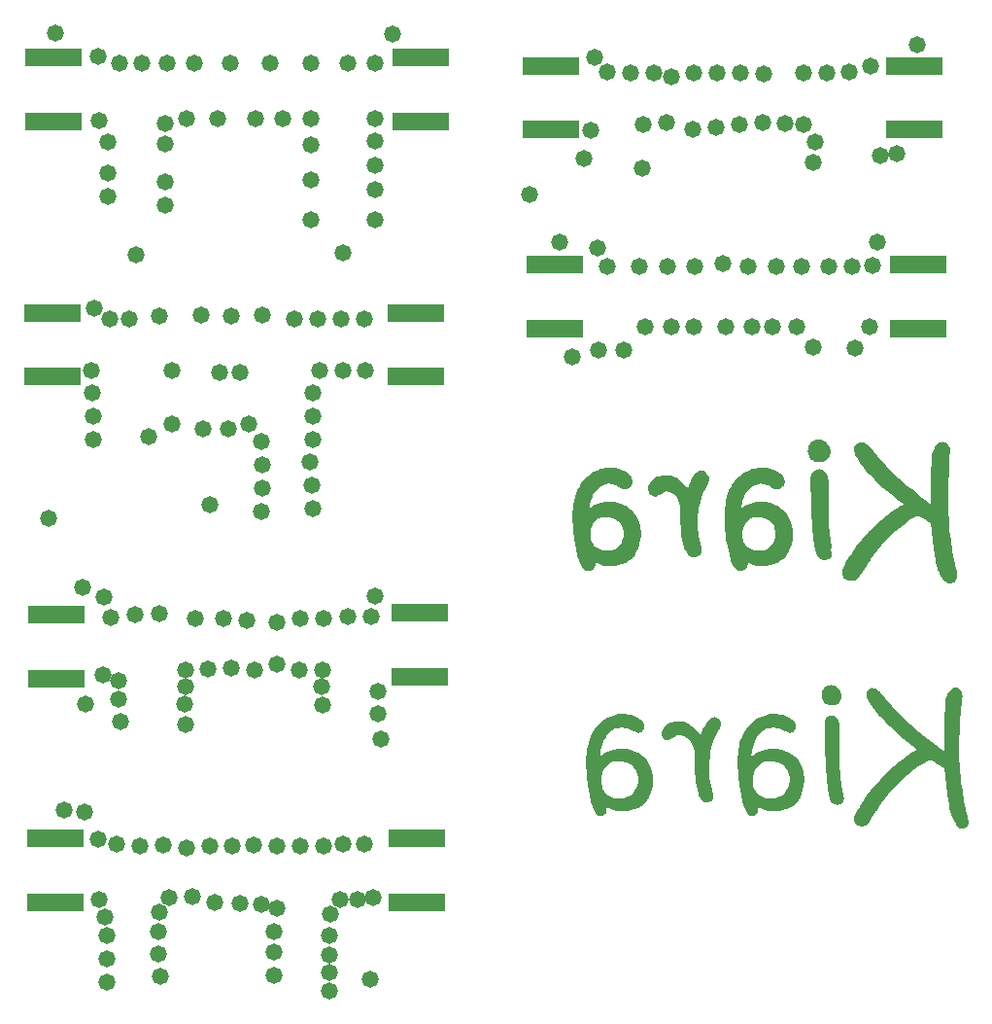
<source format=gbr>
%TF.GenerationSoftware,Altium Limited,Altium Designer,20.0.10 (225)*%
G04 Layer_Color=16711935*
%FSLAX26Y26*%
%MOIN*%
%TF.FileFunction,Soldermask,Bot*%
%TF.Part,CustomerPanel*%
G01*
G75*
%TA.AperFunction,SMDPad,CuDef*%
%ADD12R,0.196850X0.062992*%
%TA.AperFunction,ConnectorPad*%
%ADD17R,0.196850X0.062992*%
%TA.AperFunction,ViaPad*%
%ADD21C,0.058000*%
G36*
X3038873Y2296471D02*
X3044778Y2295159D01*
X3049371Y2293191D01*
X3053963Y2291222D01*
X3057244Y2288598D01*
X3059868Y2286630D01*
X3061181Y2285318D01*
X3061837Y2284661D01*
X3065773Y2280069D01*
X3068398Y2275476D01*
X3071022Y2270883D01*
X3072334Y2266291D01*
X3072990Y2262354D01*
X3073646Y2259073D01*
Y2257105D01*
Y2256449D01*
X3072990Y2250544D01*
X3071678Y2245952D01*
X3070366Y2241359D01*
X3068398Y2237422D01*
X3066429Y2234142D01*
X3064461Y2231517D01*
X3063805Y2230205D01*
X3063149Y2229549D01*
X3058556Y2225612D01*
X3053963Y2222988D01*
X3049371Y2221020D01*
X3045434Y2219707D01*
X3041498Y2219051D01*
X3038217Y2218395D01*
X3035593D01*
X3028376Y2219051D01*
X3022471Y2220364D01*
X3017222Y2222332D01*
X3012629Y2224956D01*
X3008693Y2227581D01*
X3005412Y2230861D01*
X3000819Y2238734D01*
X2997539Y2245952D01*
X2996227Y2252512D01*
X2995571Y2254481D01*
Y2256449D01*
Y2257761D01*
Y2258417D01*
X2996227Y2264322D01*
X2996883Y2270227D01*
X2998851Y2274820D01*
X3000819Y2278756D01*
X3002788Y2282037D01*
X3004100Y2284005D01*
X3005412Y2285318D01*
X3006068Y2285974D01*
X3010005Y2289910D01*
X3014597Y2292535D01*
X3019190Y2294503D01*
X3023127Y2295815D01*
X3027063Y2296471D01*
X3030344Y2297127D01*
X3032968D01*
X3038873Y2296471D01*
D02*
G37*
G36*
X2846636Y2200024D02*
X2857790Y2198712D01*
X2867631Y2196088D01*
X2876160Y2193463D01*
X2883378Y2190839D01*
X2887970Y2188215D01*
X2891251Y2186903D01*
X2892563Y2186246D01*
X2900436Y2180998D01*
X2906341Y2175093D01*
X2910934Y2169844D01*
X2913558Y2164595D01*
X2915526Y2160659D01*
X2916182Y2157378D01*
X2916839Y2154754D01*
Y2154097D01*
X2916183Y2150161D01*
X2915526Y2146224D01*
X2912902Y2140319D01*
X2911590Y2137695D01*
X2910278Y2135727D01*
X2908965Y2135071D01*
Y2134414D01*
X2905685Y2131790D01*
X2902405Y2129822D01*
X2896500Y2127854D01*
X2893875Y2127197D01*
X2891907Y2126541D01*
X2889939D01*
X2887314Y2127197D01*
X2883378Y2127854D01*
X2875504Y2131134D01*
X2872224Y2133102D01*
X2868943Y2134414D01*
X2866975Y2135071D01*
X2866319Y2135727D01*
X2859758Y2139007D01*
X2853853Y2140976D01*
X2848604Y2142944D01*
X2844012Y2143600D01*
X2840075Y2144256D01*
X2837451Y2144912D01*
X2834826D01*
X2823673Y2144256D01*
X2813831Y2140976D01*
X2804646Y2137039D01*
X2797428Y2131134D01*
X2790867Y2124573D01*
X2784963Y2116700D01*
X2780370Y2108827D01*
X2777089Y2100953D01*
X2773809Y2092424D01*
X2771184Y2084551D01*
X2769872Y2076678D01*
X2768560Y2070117D01*
X2767248Y2064212D01*
X2766592Y2060275D01*
Y2057651D01*
Y2056339D01*
X2775777Y2065524D01*
X2786275Y2072085D01*
X2796772Y2077334D01*
X2807926Y2080614D01*
X2817768Y2082583D01*
X2825641Y2083239D01*
X2828265Y2083895D01*
X2842043D01*
X2850573Y2082583D01*
X2866975Y2079302D01*
X2880753Y2074053D01*
X2892563Y2068805D01*
X2901748Y2062900D01*
X2905685Y2060275D01*
X2908309Y2057651D01*
X2910934Y2055682D01*
X2912902Y2054370D01*
X2913558Y2053714D01*
X2914214Y2053058D01*
X2919463Y2047153D01*
X2924056Y2040592D01*
X2931929Y2027470D01*
X2937178Y2013692D01*
X2940458Y2000570D01*
X2943083Y1988760D01*
X2943739Y1984168D01*
Y1979575D01*
X2944395Y1976294D01*
Y1973014D01*
Y1971702D01*
Y1971046D01*
X2943739Y1961860D01*
X2943083Y1952675D01*
X2939802Y1936928D01*
X2935209Y1923150D01*
X2929961Y1911997D01*
X2925368Y1902811D01*
X2920775Y1896250D01*
X2918807Y1894282D01*
X2917495Y1892314D01*
X2916183Y1891658D01*
Y1891001D01*
X2910934Y1885753D01*
X2904373Y1881816D01*
X2891907Y1874599D01*
X2878785Y1870006D01*
X2866319Y1866070D01*
X2855165Y1864101D01*
X2849916Y1863445D01*
X2845980D01*
X2842043Y1862789D01*
X2837451D01*
X2826953Y1863445D01*
X2817768Y1864757D01*
X2809894Y1867382D01*
X2802677Y1870006D01*
X2796772Y1871975D01*
X2792836Y1874599D01*
X2790211Y1875911D01*
Y1875255D01*
Y1874599D01*
Y1869350D01*
X2788899Y1865414D01*
X2786275Y1858196D01*
X2782338Y1852948D01*
X2777089Y1849667D01*
X2772497Y1847043D01*
X2768560Y1846387D01*
X2765936Y1845730D01*
X2764624D01*
X2760031Y1846387D01*
X2756094Y1847699D01*
X2752814Y1849667D01*
X2748877Y1852292D01*
X2742972Y1858852D01*
X2738380Y1866726D01*
X2734443Y1873943D01*
X2731818Y1880504D01*
X2731162Y1883128D01*
X2730506Y1885097D01*
X2729850Y1886409D01*
Y1887065D01*
X2723289Y1915277D01*
X2718040Y1941521D01*
X2716072Y1953987D01*
X2714760Y1965797D01*
X2712792Y1976950D01*
X2712135Y1987448D01*
X2711479Y1997290D01*
X2710823Y2005819D01*
X2710167Y2013036D01*
X2709511Y2019597D01*
Y2024846D01*
Y2028126D01*
Y2030751D01*
Y2031407D01*
X2710167Y2046497D01*
X2710823Y2060931D01*
X2712792Y2074709D01*
X2714760Y2087175D01*
X2718040Y2098985D01*
X2721321Y2110139D01*
X2724601Y2119980D01*
X2729194Y2129166D01*
X2733787Y2137695D01*
X2738380Y2145568D01*
X2743628Y2152785D01*
X2748877Y2159346D01*
X2760687Y2170500D01*
X2771840Y2179685D01*
X2783650Y2186246D01*
X2795460Y2191495D01*
X2805958Y2195432D01*
X2815143Y2198056D01*
X2823016Y2199368D01*
X2829577Y2200681D01*
X2834826D01*
X2846636Y2200024D01*
D02*
G37*
G36*
X2325693Y2200024D02*
X2336846Y2198712D01*
X2346688Y2196088D01*
X2355217Y2193463D01*
X2362434Y2190839D01*
X2367027Y2188215D01*
X2370307Y2186902D01*
X2371619Y2186246D01*
X2379493Y2180997D01*
X2385398Y2175093D01*
X2389990Y2169844D01*
X2392615Y2164595D01*
X2394583Y2160658D01*
X2395239Y2157378D01*
X2395895Y2154753D01*
Y2154097D01*
X2395239Y2150161D01*
X2394583Y2146224D01*
X2391959Y2140319D01*
X2390646Y2137695D01*
X2389334Y2135727D01*
X2388022Y2135070D01*
Y2134414D01*
X2384742Y2131790D01*
X2381461Y2129822D01*
X2375556Y2127853D01*
X2372932Y2127197D01*
X2370963Y2126541D01*
X2368995D01*
X2366371Y2127197D01*
X2362434Y2127853D01*
X2354561Y2131134D01*
X2351280Y2133102D01*
X2348000Y2134414D01*
X2346032Y2135070D01*
X2345376Y2135727D01*
X2338815Y2139007D01*
X2332910Y2140975D01*
X2327661Y2142944D01*
X2323068Y2143600D01*
X2319132Y2144256D01*
X2316507Y2144912D01*
X2313883D01*
X2302729Y2144256D01*
X2292888Y2140975D01*
X2283702Y2137039D01*
X2276485Y2131134D01*
X2269924Y2124573D01*
X2264019Y2116700D01*
X2259427Y2108827D01*
X2256146Y2100953D01*
X2252865Y2092424D01*
X2250241Y2084551D01*
X2248929Y2076678D01*
X2247617Y2070117D01*
X2246305Y2064212D01*
X2245648Y2060275D01*
Y2057651D01*
Y2056338D01*
X2254834Y2065524D01*
X2265331Y2072085D01*
X2275829Y2077334D01*
X2286983Y2080614D01*
X2296824Y2082582D01*
X2304697Y2083239D01*
X2307322Y2083895D01*
X2321100D01*
X2329629Y2082582D01*
X2346032Y2079302D01*
X2359810Y2074053D01*
X2371620Y2068804D01*
X2380805Y2062899D01*
X2384742Y2060275D01*
X2387366Y2057651D01*
X2389990Y2055682D01*
X2391959Y2054370D01*
X2392615Y2053714D01*
X2393271Y2053058D01*
X2398520Y2047153D01*
X2403112Y2040592D01*
X2410986Y2027470D01*
X2416234Y2013692D01*
X2419515Y2000570D01*
X2422139Y1988760D01*
X2422795Y1984168D01*
Y1979575D01*
X2423452Y1976294D01*
Y1973014D01*
Y1971702D01*
Y1971045D01*
X2422795Y1961860D01*
X2422139Y1952675D01*
X2418859Y1936928D01*
X2414266Y1923150D01*
X2409017Y1911996D01*
X2404425Y1902811D01*
X2399832Y1896250D01*
X2397864Y1894282D01*
X2396551Y1892313D01*
X2395239Y1891657D01*
Y1891001D01*
X2389990Y1885753D01*
X2383429Y1881816D01*
X2370963Y1874599D01*
X2357841Y1870006D01*
X2345376Y1866070D01*
X2334222Y1864101D01*
X2328973Y1863445D01*
X2325037D01*
X2321100Y1862789D01*
X2316507D01*
X2306010Y1863445D01*
X2296824Y1864757D01*
X2288951Y1867382D01*
X2281734Y1870006D01*
X2275829Y1871974D01*
X2271892Y1874599D01*
X2269268Y1875911D01*
Y1875255D01*
Y1874599D01*
Y1869350D01*
X2267956Y1865413D01*
X2265331Y1858196D01*
X2261395Y1852947D01*
X2256146Y1849667D01*
X2251553Y1847043D01*
X2247617Y1846387D01*
X2244992Y1845730D01*
X2243680D01*
X2239087Y1846387D01*
X2235151Y1847699D01*
X2231870Y1849667D01*
X2227934Y1852291D01*
X2222029Y1858852D01*
X2217436Y1866726D01*
X2213499Y1873943D01*
X2210875Y1880504D01*
X2210219Y1883128D01*
X2209563Y1885096D01*
X2208907Y1886409D01*
Y1887065D01*
X2202346Y1915277D01*
X2197097Y1941521D01*
X2195129Y1953987D01*
X2193816Y1965797D01*
X2191848Y1976950D01*
X2191192Y1987448D01*
X2190536Y1997290D01*
X2189880Y2005819D01*
X2189224Y2013036D01*
X2188568Y2019597D01*
Y2024846D01*
Y2028126D01*
Y2030751D01*
Y2031407D01*
X2189224Y2046497D01*
X2189880Y2060931D01*
X2191848Y2074709D01*
X2193816Y2087175D01*
X2197097Y2098985D01*
X2200378Y2110139D01*
X2203658Y2119980D01*
X2208251Y2129166D01*
X2212843Y2137695D01*
X2217436Y2145568D01*
X2222685Y2152785D01*
X2227934Y2159346D01*
X2239743Y2170500D01*
X2250897Y2179685D01*
X2262707Y2186246D01*
X2274517Y2191495D01*
X2285014Y2195432D01*
X2294200Y2198056D01*
X2302073Y2199368D01*
X2308634Y2200680D01*
X2313883D01*
X2325693Y2200024D01*
D02*
G37*
G36*
X2632747Y2188871D02*
X2636684Y2188215D01*
X2643245Y2185590D01*
X2645869Y2183622D01*
X2647838Y2182310D01*
X2648494Y2181654D01*
X2649150Y2180997D01*
X2652430Y2177717D01*
X2654399Y2174436D01*
X2657023Y2168532D01*
X2657679Y2165907D01*
X2658335Y2164595D01*
Y2163283D01*
Y2162627D01*
X2657679Y2159346D01*
X2657023Y2155410D01*
X2654399Y2148193D01*
X2653086Y2144912D01*
X2652430Y2142944D01*
X2651118Y2140975D01*
Y2140319D01*
X2646526Y2132446D01*
X2643245Y2126541D01*
X2641277Y2122605D01*
X2639308Y2119324D01*
X2637996Y2118012D01*
X2637340Y2116700D01*
Y2116044D01*
X2630779Y2099641D01*
X2626186Y2081270D01*
X2622250Y2063556D01*
X2620282Y2045841D01*
X2618969Y2037968D01*
Y2030094D01*
X2618313Y2023534D01*
X2617657Y2017629D01*
Y2013036D01*
Y2009755D01*
Y2007131D01*
Y2006475D01*
Y1997290D01*
X2618969Y1988104D01*
X2619625Y1978919D01*
X2620938Y1971045D01*
X2622250Y1963828D01*
X2623562Y1957924D01*
X2624218Y1954643D01*
X2624874Y1953987D01*
Y1953331D01*
X2626843Y1943489D01*
X2628811Y1936272D01*
X2630123Y1930367D01*
X2630779Y1925775D01*
Y1923150D01*
X2631435Y1921182D01*
Y1919870D01*
X2630123Y1910684D01*
X2626843Y1904123D01*
X2622906Y1898874D01*
X2617657Y1895594D01*
X2612408Y1893626D01*
X2608472Y1892970D01*
X2605191Y1892313D01*
X2603879D01*
X2599942Y1892970D01*
X2596662Y1893626D01*
X2590101Y1897562D01*
X2584852Y1902811D01*
X2579603Y1909372D01*
X2576323Y1915277D01*
X2573042Y1920526D01*
X2571730Y1924462D01*
X2571074Y1925119D01*
Y1925775D01*
X2567137Y1938897D01*
X2564513Y1953331D01*
X2561889Y1968421D01*
X2560576Y1982199D01*
X2559920Y1995321D01*
Y2000570D01*
X2559264Y2005163D01*
Y2009099D01*
Y2011724D01*
Y2013692D01*
Y2014348D01*
Y2047153D01*
X2558608Y2058963D01*
X2557296Y2069461D01*
X2555328Y2078646D01*
X2552703Y2085863D01*
X2550079Y2091768D01*
X2548110Y2096361D01*
X2546798Y2098985D01*
X2546142Y2099641D01*
X2540893Y2106202D01*
X2534988Y2110795D01*
X2529084Y2114731D01*
X2523835Y2116700D01*
X2518586Y2118012D01*
X2514649Y2119324D01*
X2511369D01*
X2508744Y2118668D01*
X2505464Y2118012D01*
X2498903Y2114731D01*
X2496279Y2112763D01*
X2494310Y2111451D01*
X2492998Y2110795D01*
X2492342Y2110139D01*
X2488405Y2106858D01*
X2484469Y2104890D01*
X2477908Y2102265D01*
X2473971Y2100953D01*
X2472659D01*
X2468722Y2101609D01*
X2465442Y2102265D01*
X2459537Y2104890D01*
X2456256Y2107514D01*
X2454944Y2108827D01*
X2452320Y2112107D01*
X2451008Y2115387D01*
X2448383Y2121948D01*
Y2124573D01*
X2447727Y2126541D01*
Y2127853D01*
Y2128510D01*
X2448383Y2135727D01*
X2450352Y2142288D01*
X2453632Y2147536D01*
X2456256Y2152129D01*
X2459537Y2156066D01*
X2462817Y2158690D01*
X2464786Y2160658D01*
X2465442Y2161314D01*
X2472003Y2165907D01*
X2479220Y2169188D01*
X2487093Y2171156D01*
X2493654Y2173124D01*
X2500215Y2173780D01*
X2504808Y2174436D01*
X2509401D01*
X2518586Y2173780D01*
X2527771Y2172468D01*
X2535644Y2169844D01*
X2542862Y2166563D01*
X2550079Y2163283D01*
X2555984Y2158690D01*
X2565825Y2150161D01*
X2573698Y2140975D01*
X2579603Y2133102D01*
X2580916Y2129822D01*
X2582228Y2127197D01*
X2583540Y2125885D01*
Y2125229D01*
X2586164Y2136383D01*
X2589445Y2146224D01*
X2593381Y2154753D01*
X2596662Y2162627D01*
X2600598Y2168532D01*
X2603879Y2173780D01*
X2607816Y2178373D01*
X2611752Y2181654D01*
X2615033Y2184278D01*
X2618313Y2186246D01*
X2623562Y2188871D01*
X2627499Y2189527D01*
X2628811D01*
X2632747Y2188871D01*
D02*
G37*
G36*
X3463370Y2287942D02*
X3467963Y2287286D01*
X3471899Y2285318D01*
X3474524Y2283349D01*
X3479116Y2278101D01*
X3481741Y2272196D01*
X3483053Y2266291D01*
Y2261042D01*
Y2257105D01*
Y2256449D01*
Y2255793D01*
Y2255137D01*
Y2253169D01*
Y2250544D01*
X3482397Y2246608D01*
Y2242671D01*
Y2237422D01*
X3481741Y2226925D01*
X3481085Y2216427D01*
Y2211178D01*
Y2207242D01*
X3480428Y2203305D01*
Y2200681D01*
Y2198712D01*
Y2198056D01*
X3479772Y2176405D01*
X3479116Y2156066D01*
X3478460Y2136383D01*
Y2127854D01*
X3477804Y2119324D01*
Y2111451D01*
Y2104890D01*
Y2098985D01*
Y2093736D01*
Y2089800D01*
Y2086519D01*
Y2084551D01*
Y2083895D01*
Y2062900D01*
X3478460Y2042561D01*
X3479773Y2022878D01*
X3481085Y2003851D01*
X3482397Y1986136D01*
X3484365Y1969077D01*
X3486334Y1953331D01*
X3488302Y1938897D01*
X3490270Y1925119D01*
X3492238Y1913309D01*
X3494207Y1903467D01*
X3495519Y1894938D01*
X3496831Y1887721D01*
X3498143Y1882472D01*
X3498799Y1879848D01*
Y1878536D01*
X3499456Y1875911D01*
X3500768Y1872631D01*
X3502736Y1864757D01*
X3504048Y1860821D01*
X3505360Y1857540D01*
X3506017Y1854916D01*
Y1854260D01*
X3507329Y1849011D01*
X3507985Y1844418D01*
X3508641Y1840482D01*
Y1837201D01*
X3509297Y1835233D01*
Y1833265D01*
Y1832609D01*
Y1831953D01*
X3508641Y1828016D01*
X3507985Y1824079D01*
X3505360Y1817518D01*
X3503392Y1813582D01*
X3502080Y1812926D01*
Y1812270D01*
X3499456Y1809645D01*
X3496175Y1807677D01*
X3490270Y1805052D01*
X3487646Y1804396D01*
X3485677Y1803740D01*
X3483709D01*
X3478460Y1804396D01*
X3473211Y1805708D01*
X3468619Y1808333D01*
X3464682Y1811613D01*
X3456809Y1820143D01*
X3450904Y1829328D01*
X3446311Y1838514D01*
X3443031Y1847043D01*
X3441719Y1850323D01*
X3441063Y1852948D01*
X3440407Y1854260D01*
Y1854916D01*
X3437782Y1864757D01*
X3435814Y1875255D01*
X3433189Y1887065D01*
X3431221Y1899531D01*
X3427941Y1925119D01*
X3424660Y1950707D01*
X3423348Y1962516D01*
X3422036Y1973670D01*
X3421380Y1983512D01*
X3420067Y1992697D01*
X3419411Y1999914D01*
Y2005163D01*
X3418755Y2008443D01*
Y2009756D01*
X3412194Y2013692D01*
X3405633Y2018285D01*
X3398416Y2022878D01*
X3391199Y2027470D01*
X3385294Y2031407D01*
X3380701Y2034687D01*
X3377421Y2037312D01*
X3376109Y2037968D01*
X3362331Y2030751D01*
X3349209Y2022878D01*
X3336087Y2013692D01*
X3323621Y2004507D01*
X3299345Y1984824D01*
X3288191Y1974982D01*
X3278350Y1965141D01*
X3268508Y1955299D01*
X3259979Y1946770D01*
X3252762Y1938897D01*
X3246201Y1931680D01*
X3240952Y1925775D01*
X3237672Y1921838D01*
X3235047Y1919214D01*
X3234391Y1917902D01*
X3227830Y1909372D01*
X3221925Y1900843D01*
X3215364Y1891658D01*
X3209459Y1883128D01*
X3204211Y1875911D01*
X3200274Y1869350D01*
X3197649Y1865414D01*
X3196993Y1864757D01*
Y1864101D01*
X3189776Y1852948D01*
X3183871Y1843762D01*
X3178623Y1836545D01*
X3174686Y1831296D01*
X3172062Y1826704D01*
X3169437Y1824079D01*
X3168781Y1822767D01*
X3168125Y1822111D01*
X3164845Y1818830D01*
X3160908Y1816206D01*
X3156971Y1814238D01*
X3153035Y1812926D01*
X3149754Y1812269D01*
X3147130Y1811613D01*
X3144505D01*
X3139913Y1812269D01*
X3135320Y1812926D01*
X3128103Y1816206D01*
X3125479Y1818174D01*
X3123510Y1819486D01*
X3122854Y1820143D01*
X3122198Y1820799D01*
X3118918Y1824079D01*
X3116949Y1828016D01*
X3114325Y1834577D01*
X3113669Y1837201D01*
X3113013Y1839826D01*
Y1841138D01*
Y1841794D01*
X3113669Y1847699D01*
X3116293Y1855572D01*
X3120230Y1863445D01*
X3124166Y1871318D01*
X3128759Y1879192D01*
X3132039Y1885097D01*
X3134008Y1887721D01*
X3134664Y1889689D01*
X3135976Y1890345D01*
Y1891001D01*
X3146474Y1907404D01*
X3157627Y1923150D01*
X3169437Y1938897D01*
X3180591Y1952675D01*
X3185840Y1958580D01*
X3190432Y1964485D01*
X3195025Y1969733D01*
X3198962Y1973670D01*
X3201586Y1977607D01*
X3204211Y1980231D01*
X3205523Y1981543D01*
X3206179Y1982199D01*
X3226518Y2002538D01*
X3246857Y2020909D01*
X3266540Y2037312D01*
X3275725Y2043873D01*
X3284911Y2050434D01*
X3293440Y2056339D01*
X3300657Y2060931D01*
X3307218Y2065524D01*
X3313123Y2068805D01*
X3317716Y2071429D01*
X3321652Y2074053D01*
X3323621Y2074709D01*
X3324277Y2075366D01*
X3308530Y2087175D01*
X3294096Y2098985D01*
X3280318Y2110139D01*
X3267852Y2121293D01*
X3256042Y2131134D01*
X3244889Y2140976D01*
X3235047Y2150817D01*
X3225862Y2160002D01*
X3217332Y2168532D01*
X3208803Y2176405D01*
X3201586Y2184278D01*
X3195025Y2191495D01*
X3183871Y2205273D01*
X3174686Y2217739D01*
X3168125Y2228237D01*
X3162876Y2236766D01*
X3158939Y2244639D01*
X3156315Y2250544D01*
X3155003Y2255137D01*
X3153691Y2258417D01*
Y2260386D01*
Y2261042D01*
X3155003Y2269571D01*
X3157627Y2276132D01*
X3162220Y2280725D01*
X3166813Y2284005D01*
X3172061Y2285974D01*
X3176654Y2286630D01*
X3179279Y2287286D01*
X3180591D01*
X3185840Y2286630D01*
X3190432Y2285318D01*
X3195025Y2283349D01*
X3198962Y2281381D01*
X3201586Y2278756D01*
X3204210Y2276788D01*
X3205523Y2275476D01*
X3206179Y2274820D01*
X3206835Y2274164D01*
X3208147Y2272852D01*
X3212084Y2268259D01*
X3216676Y2263010D01*
X3221925Y2256449D01*
X3227174Y2250544D01*
X3231767Y2245295D01*
X3234391Y2241359D01*
X3235703Y2240703D01*
Y2240047D01*
X3249481Y2223644D01*
X3263916Y2207898D01*
X3294096Y2177717D01*
X3309186Y2163939D01*
X3324277Y2150161D01*
X3338711Y2137695D01*
X3353145Y2125885D01*
X3366267Y2115388D01*
X3378077Y2105546D01*
X3389231Y2097017D01*
X3398416Y2089800D01*
X3406289Y2084551D01*
X3412194Y2079958D01*
X3415475Y2077334D01*
X3416787Y2076678D01*
Y2089144D01*
X3417443Y2100297D01*
Y2121949D01*
X3418099Y2140976D01*
X3418099Y2158034D01*
X3418755Y2172468D01*
X3419411Y2185590D01*
Y2196088D01*
X3420067Y2205273D01*
Y2213147D01*
X3420723Y2219052D01*
Y2224300D01*
Y2228237D01*
X3421380Y2230861D01*
Y2232173D01*
Y2233486D01*
X3422692Y2243327D01*
X3424660Y2251856D01*
X3426628Y2259074D01*
X3429909Y2265635D01*
X3432533Y2270883D01*
X3435814Y2275476D01*
X3438438Y2278757D01*
X3441719Y2282037D01*
X3448280Y2285974D01*
X3452872Y2287942D01*
X3456809Y2288598D01*
X3458121D01*
X3463370Y2287942D01*
D02*
G37*
G36*
X3041498Y2194776D02*
X3047403Y2192151D01*
X3051995Y2188871D01*
X3055932Y2185590D01*
X3058556Y2181654D01*
X3060524Y2178373D01*
X3061181Y2175749D01*
X3061837Y2175093D01*
X3063805Y2169844D01*
X3065117Y2163283D01*
X3066429Y2155410D01*
X3067086Y2148193D01*
Y2140976D01*
X3067742Y2135071D01*
Y2130478D01*
Y2129822D01*
Y2129166D01*
Y2127854D01*
Y2124573D01*
Y2120636D01*
X3067086Y2116044D01*
Y2111451D01*
Y2108171D01*
Y2105546D01*
Y2104234D01*
Y2095705D01*
X3066430Y2087831D01*
Y2080614D01*
Y2074053D01*
Y2068805D01*
Y2064212D01*
Y2061587D01*
Y2060931D01*
Y2043873D01*
X3067086Y2028126D01*
X3067742Y2014348D01*
X3068398Y2001882D01*
X3069054Y1992041D01*
X3069710Y1988104D01*
Y1984824D01*
Y1982199D01*
X3070366Y1980231D01*
Y1978919D01*
Y1978263D01*
X3071678Y1968421D01*
X3072990Y1959236D01*
X3074303Y1951363D01*
X3075615Y1944146D01*
X3076271Y1938897D01*
X3077583Y1934960D01*
X3078239Y1932336D01*
Y1931680D01*
X3076271Y1926431D01*
X3074959Y1921838D01*
Y1917901D01*
Y1915277D01*
X3075615Y1913309D01*
X3076271Y1911997D01*
X3076927Y1911341D01*
X3078239Y1907404D01*
X3078895Y1903467D01*
X3078239Y1900187D01*
X3077583Y1896906D01*
X3075615Y1892970D01*
X3074303Y1892314D01*
Y1891658D01*
X3071022Y1889033D01*
X3067086Y1887065D01*
X3060525Y1885097D01*
X3057900Y1884440D01*
X3055276Y1883784D01*
X3053307D01*
X3046747Y1884440D01*
X3041498Y1886409D01*
X3036905Y1889689D01*
X3032968Y1892970D01*
X3030344Y1896250D01*
X3027720Y1899531D01*
X3027064Y1901499D01*
X3026407Y1902155D01*
X3024439Y1906092D01*
X3023127Y1911997D01*
X3021159Y1917901D01*
X3019846Y1924463D01*
X3019190Y1930367D01*
X3017878Y1935616D01*
X3017222Y1938897D01*
Y1940209D01*
X3015254Y1954643D01*
X3013285Y1970389D01*
X3011973Y1987448D01*
X3010661Y2005819D01*
X3008693Y2042561D01*
X3008037Y2060931D01*
X3007381Y2078646D01*
X3006724Y2095705D01*
Y2111451D01*
X3006068Y2125885D01*
Y2138351D01*
Y2148849D01*
X3006068Y2153441D01*
Y2156722D01*
Y2159346D01*
Y2161315D01*
Y2162627D01*
Y2163283D01*
Y2169188D01*
X3007380Y2173780D01*
X3008693Y2178373D01*
X3010661Y2181654D01*
X3015254Y2187559D01*
X3019846Y2191495D01*
X3025095Y2193463D01*
X3029688Y2194776D01*
X3032968Y2195432D01*
X3034280D01*
X3041498Y2194776D01*
D02*
G37*
G36*
X3080913Y1454450D02*
X3086162Y1453138D01*
X3090099Y1451825D01*
X3094035Y1449857D01*
X3097316Y1447233D01*
X3099284Y1445920D01*
X3100596Y1444608D01*
X3101252Y1443952D01*
X3104533Y1440016D01*
X3107157Y1435423D01*
X3109126Y1431486D01*
X3110438Y1427550D01*
X3111094Y1423613D01*
X3111750Y1420989D01*
Y1419020D01*
Y1418364D01*
X3111094Y1413116D01*
X3110438Y1409179D01*
X3107157Y1401306D01*
X3105189Y1398681D01*
X3103877Y1396713D01*
X3103221Y1395401D01*
X3102565Y1394745D01*
X3098628Y1391464D01*
X3094691Y1388840D01*
X3090755Y1387528D01*
X3086818Y1386215D01*
X3083538Y1385559D01*
X3080913Y1384903D01*
X3078289D01*
X3071728Y1385559D01*
X3066479Y1386215D01*
X3061886Y1388184D01*
X3057950Y1390152D01*
X3051389Y1396057D01*
X3047452Y1402618D01*
X3044828Y1409179D01*
X3043516Y1415084D01*
X3042860Y1419020D01*
Y1419677D01*
Y1420333D01*
X3043516Y1426237D01*
X3044172Y1430830D01*
X3045484Y1435423D01*
X3047452Y1438703D01*
X3049421Y1441328D01*
X3050733Y1443296D01*
X3051389Y1444608D01*
X3052045Y1445264D01*
X3055981Y1448545D01*
X3059262Y1451169D01*
X3063855Y1452482D01*
X3067135Y1453794D01*
X3070416Y1454450D01*
X3073040Y1455106D01*
X3075664D01*
X3080913Y1454450D01*
D02*
G37*
G36*
X2888676Y1356035D02*
X2899830Y1354723D01*
X2909671Y1352098D01*
X2918200Y1349474D01*
X2924762Y1346849D01*
X2930010Y1344225D01*
X2932635Y1342913D01*
X2933947Y1342257D01*
X2941164Y1337008D01*
X2946413Y1332415D01*
X2950349Y1327822D01*
X2952974Y1323230D01*
X2954286Y1319293D01*
X2954942Y1316669D01*
X2955598Y1314700D01*
Y1314044D01*
X2954286Y1307483D01*
X2952318Y1302235D01*
X2950349Y1298954D01*
X2949037Y1298298D01*
Y1297642D01*
X2943788Y1293705D01*
X2938540Y1291737D01*
X2934603Y1291081D01*
X2933291D01*
X2930666Y1291737D01*
X2927386Y1292393D01*
X2919513Y1295674D01*
X2916232Y1297642D01*
X2912952Y1298954D01*
X2910983Y1299610D01*
X2910327Y1300266D01*
X2903766Y1303547D01*
X2897861Y1305515D01*
X2891956Y1307483D01*
X2886708Y1308139D01*
X2882771Y1308796D01*
X2879491Y1309452D01*
X2876866D01*
X2864400Y1308139D01*
X2853903Y1304859D01*
X2844061Y1300266D01*
X2835532Y1293705D01*
X2828971Y1286488D01*
X2822410Y1277959D01*
X2817817Y1268774D01*
X2813224Y1259588D01*
X2809944Y1249747D01*
X2807320Y1240561D01*
X2805351Y1232688D01*
X2804039Y1224815D01*
X2802727Y1218254D01*
Y1213661D01*
X2802071Y1210381D01*
Y1209068D01*
X2807976Y1214317D01*
X2813881Y1218910D01*
X2826347Y1225471D01*
X2838156Y1230720D01*
X2849966Y1234656D01*
X2859808Y1236625D01*
X2863744Y1237281D01*
X2867681D01*
X2870961Y1237937D01*
X2884083D01*
X2892613Y1236625D01*
X2908359Y1233344D01*
X2922137Y1228095D01*
X2933291Y1222847D01*
X2942476Y1217598D01*
X2949037Y1212349D01*
X2951006Y1210381D01*
X2952974Y1209068D01*
X2953630Y1208412D01*
X2954286Y1207756D01*
X2959535Y1201851D01*
X2964128Y1195946D01*
X2971345Y1182824D01*
X2976593Y1169702D01*
X2979874Y1156580D01*
X2982498Y1145427D01*
X2983155Y1140178D01*
Y1136241D01*
X2983811Y1132305D01*
Y1129680D01*
Y1128368D01*
Y1127712D01*
X2982498Y1109997D01*
X2979218Y1094907D01*
X2975281Y1081129D01*
X2970032Y1070631D01*
X2964784Y1061446D01*
X2960847Y1055541D01*
X2957567Y1051604D01*
X2956254Y1050292D01*
X2945101Y1041107D01*
X2932635Y1034546D01*
X2919513Y1029297D01*
X2907703Y1026016D01*
X2896549Y1024048D01*
X2891957Y1023392D01*
X2887364D01*
X2884083Y1022736D01*
X2879491D01*
X2868993Y1023392D01*
X2859152Y1024704D01*
X2849966Y1027329D01*
X2841437Y1029953D01*
X2834876Y1031921D01*
X2829627Y1034546D01*
X2826347Y1035858D01*
X2825034Y1036514D01*
X2825691Y1034546D01*
Y1031921D01*
Y1029953D01*
Y1029297D01*
X2825034Y1021424D01*
X2822410Y1015519D01*
X2819130Y1011582D01*
X2815193Y1008958D01*
X2811912Y1006990D01*
X2808632Y1006333D01*
X2806008Y1005677D01*
X2805351D01*
X2802071Y1006333D01*
X2798134Y1007646D01*
X2795510Y1008958D01*
X2792229Y1011582D01*
X2786981Y1017487D01*
X2783044Y1024704D01*
X2779764Y1031921D01*
X2777139Y1037826D01*
X2776483Y1040451D01*
X2775827Y1042419D01*
X2775171Y1043075D01*
Y1043731D01*
X2768610Y1071944D01*
X2763361Y1098188D01*
X2761393Y1110653D01*
X2760081Y1123119D01*
X2758112Y1134273D01*
X2757456Y1144771D01*
X2756800Y1154612D01*
X2756144Y1163141D01*
X2755488Y1171015D01*
X2754832Y1177576D01*
Y1182168D01*
Y1186105D01*
Y1188729D01*
Y1189385D01*
X2755488Y1204476D01*
X2756144Y1218910D01*
X2758112Y1232032D01*
X2760081Y1244498D01*
X2762705Y1256308D01*
X2765985Y1266805D01*
X2769922Y1276647D01*
X2773858Y1285832D01*
X2778451Y1294361D01*
X2783044Y1302235D01*
X2788293Y1309452D01*
X2793541Y1316013D01*
X2804695Y1327166D01*
X2815849Y1335696D01*
X2827003Y1342913D01*
X2838156Y1348162D01*
X2848654Y1351442D01*
X2857839Y1354066D01*
X2865713Y1355379D01*
X2871617Y1356691D01*
X2876866D01*
X2888676Y1356035D01*
D02*
G37*
G36*
X2369045Y1356035D02*
X2380198Y1354723D01*
X2390040Y1352098D01*
X2398569Y1349474D01*
X2405130Y1346849D01*
X2410379Y1344225D01*
X2413003Y1342913D01*
X2414316Y1342257D01*
X2421533Y1337008D01*
X2426782Y1332415D01*
X2430718Y1327822D01*
X2433343Y1323230D01*
X2434655Y1319293D01*
X2435311Y1316669D01*
X2435967Y1314700D01*
Y1314044D01*
X2434655Y1307483D01*
X2432686Y1302235D01*
X2430718Y1298954D01*
X2429406Y1298298D01*
Y1297642D01*
X2424157Y1293705D01*
X2418908Y1291737D01*
X2414972Y1291081D01*
X2413660D01*
X2411035Y1291737D01*
X2407755Y1292393D01*
X2399881Y1295674D01*
X2396601Y1297642D01*
X2393320Y1298954D01*
X2391352Y1299610D01*
X2390696Y1300266D01*
X2384135Y1303547D01*
X2378230Y1305515D01*
X2372325Y1307483D01*
X2367077Y1308139D01*
X2363140Y1308795D01*
X2359859Y1309452D01*
X2357235D01*
X2344769Y1308139D01*
X2334271Y1304859D01*
X2324430Y1300266D01*
X2315901Y1293705D01*
X2309340Y1286488D01*
X2302779Y1277959D01*
X2298186Y1268773D01*
X2293593Y1259588D01*
X2290313Y1249746D01*
X2287689Y1240561D01*
X2285720Y1232688D01*
X2284408Y1224815D01*
X2283096Y1218254D01*
Y1213661D01*
X2282440Y1210380D01*
Y1209068D01*
X2288345Y1214317D01*
X2294249Y1218910D01*
X2306715Y1225471D01*
X2318525Y1230720D01*
X2330335Y1234656D01*
X2340177Y1236624D01*
X2344113Y1237281D01*
X2348050D01*
X2351330Y1237937D01*
X2364452D01*
X2372981Y1236624D01*
X2388728Y1233344D01*
X2402506Y1228095D01*
X2413660Y1222846D01*
X2422845Y1217598D01*
X2429406Y1212349D01*
X2431374Y1210380D01*
X2433343Y1209068D01*
X2433999Y1208412D01*
X2434655Y1207756D01*
X2439904Y1201851D01*
X2444496Y1195946D01*
X2451713Y1182824D01*
X2456962Y1169702D01*
X2460243Y1156580D01*
X2462867Y1145427D01*
X2463523Y1140178D01*
Y1136241D01*
X2464179Y1132305D01*
Y1129680D01*
Y1128368D01*
Y1127712D01*
X2462867Y1109997D01*
X2459587Y1094907D01*
X2455650Y1081129D01*
X2450401Y1070631D01*
X2445153Y1061446D01*
X2441216Y1055541D01*
X2437935Y1051604D01*
X2436623Y1050292D01*
X2425470Y1041107D01*
X2413004Y1034546D01*
X2399882Y1029297D01*
X2388072Y1026016D01*
X2376918Y1024048D01*
X2372325Y1023392D01*
X2367733D01*
X2364452Y1022736D01*
X2359860D01*
X2349362Y1023392D01*
X2339520Y1024704D01*
X2330335Y1027329D01*
X2321806Y1029953D01*
X2315245Y1031921D01*
X2309996Y1034546D01*
X2306715Y1035858D01*
X2305403Y1036514D01*
X2306059Y1034546D01*
Y1031921D01*
Y1029953D01*
Y1029297D01*
X2305403Y1021424D01*
X2302779Y1015519D01*
X2299498Y1011582D01*
X2295562Y1008958D01*
X2292281Y1006990D01*
X2289001Y1006333D01*
X2286376Y1005677D01*
X2285720D01*
X2282440Y1006333D01*
X2278503Y1007646D01*
X2275879Y1008958D01*
X2272598Y1011582D01*
X2267349Y1017487D01*
X2263413Y1024704D01*
X2260132Y1031921D01*
X2257508Y1037826D01*
X2256852Y1040451D01*
X2256196Y1042419D01*
X2255540Y1043075D01*
Y1043731D01*
X2248979Y1071943D01*
X2243730Y1098187D01*
X2241762Y1110653D01*
X2240449Y1123119D01*
X2238481Y1134273D01*
X2237825Y1144771D01*
X2237169Y1154612D01*
X2236513Y1163141D01*
X2235857Y1171014D01*
X2235200Y1177575D01*
Y1182168D01*
Y1186105D01*
Y1188729D01*
Y1189385D01*
X2235857Y1204476D01*
X2236513Y1218910D01*
X2238481Y1232032D01*
X2240449Y1244498D01*
X2243074Y1256307D01*
X2246354Y1266805D01*
X2250291Y1276647D01*
X2254227Y1285832D01*
X2258820Y1294361D01*
X2263413Y1302235D01*
X2268662Y1309452D01*
X2273910Y1316013D01*
X2285064Y1327166D01*
X2296218Y1335696D01*
X2307371Y1342913D01*
X2318525Y1348161D01*
X2329023Y1351442D01*
X2338208Y1354066D01*
X2346081Y1355379D01*
X2351986Y1356691D01*
X2357235D01*
X2369045Y1356035D01*
D02*
G37*
G36*
X2680036Y1344225D02*
X2685285Y1342257D01*
X2689222Y1339632D01*
X2689878Y1338976D01*
X2690534Y1338320D01*
X2693158Y1335696D01*
X2695126Y1333071D01*
X2697095Y1327822D01*
X2698407Y1323886D01*
Y1323230D01*
Y1322574D01*
X2697095Y1316669D01*
X2695126Y1310108D01*
X2693814Y1307483D01*
X2693158Y1304859D01*
X2691846Y1303547D01*
Y1302891D01*
X2687253Y1295017D01*
X2683973Y1288456D01*
X2681348Y1283864D01*
X2680036Y1281239D01*
X2678724Y1279271D01*
X2678068Y1277959D01*
Y1277303D01*
X2674131Y1268773D01*
X2670851Y1260244D01*
X2665602Y1241217D01*
X2662322Y1222190D01*
X2659697Y1204476D01*
X2659041Y1195946D01*
X2658385Y1188073D01*
X2657729Y1180856D01*
X2657073Y1174951D01*
Y1170358D01*
Y1166422D01*
Y1163797D01*
Y1163141D01*
Y1153300D01*
X2658385Y1143458D01*
X2659041Y1134273D01*
X2660353Y1125744D01*
X2661666Y1118526D01*
X2662978Y1113278D01*
X2663634Y1109341D01*
X2664290Y1108685D01*
Y1108029D01*
X2666914Y1098187D01*
X2668227Y1090970D01*
X2669539Y1085065D01*
X2670851Y1080473D01*
Y1077848D01*
X2671507Y1075880D01*
Y1074568D01*
X2670195Y1067351D01*
X2667570Y1061446D01*
X2664290Y1057509D01*
X2659697Y1054885D01*
X2655761Y1053573D01*
X2651824Y1052917D01*
X2649200Y1052260D01*
X2648544D01*
X2645263Y1052917D01*
X2642639Y1053573D01*
X2636734Y1056853D01*
X2632141Y1062102D01*
X2628204Y1067351D01*
X2624924Y1072600D01*
X2622300Y1077848D01*
X2620987Y1081129D01*
X2620331Y1082441D01*
X2616395Y1096219D01*
X2613770Y1110653D01*
X2611146Y1125088D01*
X2609834Y1139522D01*
X2609177Y1151988D01*
Y1157892D01*
X2608521Y1162485D01*
Y1166422D01*
Y1169046D01*
Y1171014D01*
Y1171671D01*
Y1205132D01*
X2607865Y1218254D01*
X2606553Y1229407D01*
X2603929Y1239249D01*
X2601304Y1247122D01*
X2598680Y1253683D01*
X2596055Y1258276D01*
X2594743Y1261556D01*
X2594087Y1262212D01*
X2588182Y1269429D01*
X2581621Y1274678D01*
X2575060Y1278615D01*
X2568499Y1281239D01*
X2563250Y1282552D01*
X2558658Y1283864D01*
X2554721D01*
X2550785Y1283208D01*
X2546848Y1282552D01*
X2540287Y1279271D01*
X2537006Y1277303D01*
X2535038Y1275991D01*
X2533726Y1275334D01*
X2533070Y1274678D01*
X2528477Y1272054D01*
X2525197Y1270086D01*
X2519292Y1267461D01*
X2516011Y1266149D01*
X2514699D01*
X2508794Y1267461D01*
X2504201Y1269429D01*
X2501577Y1271398D01*
X2500265Y1272710D01*
X2496984Y1277959D01*
X2495016Y1283208D01*
X2494360Y1287144D01*
Y1287800D01*
Y1288456D01*
X2495016Y1295017D01*
X2496984Y1300922D01*
X2499609Y1306171D01*
X2502233Y1310764D01*
X2505514Y1314044D01*
X2508138Y1316669D01*
X2510106Y1317981D01*
X2510762Y1318637D01*
X2517323Y1322574D01*
X2523884Y1325198D01*
X2530445Y1327822D01*
X2537006Y1329135D01*
X2542911Y1329791D01*
X2547504Y1330447D01*
X2552097D01*
X2561282Y1329791D01*
X2569811Y1328478D01*
X2577685Y1325854D01*
X2585558Y1322574D01*
X2598680Y1314044D01*
X2609177Y1304859D01*
X2617707Y1295674D01*
X2624268Y1287144D01*
X2626236Y1283864D01*
X2627548Y1281239D01*
X2628860Y1279927D01*
Y1279271D01*
X2632141Y1291081D01*
X2636077Y1300922D01*
X2639358Y1310108D01*
X2643295Y1317325D01*
X2647231Y1323886D01*
X2651168Y1329135D01*
X2654448Y1333727D01*
X2658385Y1337008D01*
X2661665Y1340288D01*
X2664290Y1342257D01*
X2669539Y1344225D01*
X2672819Y1345537D01*
X2677412D01*
X2680036Y1344225D01*
D02*
G37*
G36*
X3509347Y1445264D02*
X3515908Y1441984D01*
X3519844Y1437391D01*
X3523125Y1432142D01*
X3525093Y1426894D01*
X3525749Y1422301D01*
X3526405Y1419021D01*
Y1418364D01*
Y1417708D01*
Y1417052D01*
Y1415084D01*
X3525749Y1412459D01*
Y1409179D01*
X3525093Y1404586D01*
X3524437Y1399338D01*
X3523781Y1388840D01*
X3522469Y1377686D01*
Y1373093D01*
X3521812Y1368501D01*
Y1364564D01*
X3521156Y1361940D01*
Y1359972D01*
Y1359315D01*
X3519188Y1337664D01*
X3517876Y1316013D01*
X3516564Y1296330D01*
Y1287144D01*
X3515908Y1278615D01*
Y1270742D01*
X3515251Y1264181D01*
Y1257620D01*
X3515252Y1252371D01*
Y1248435D01*
Y1245154D01*
Y1243186D01*
Y1242530D01*
Y1220878D01*
X3515908Y1199883D01*
X3517220Y1179544D01*
X3518532Y1160517D01*
X3520500Y1141490D01*
X3522469Y1124432D01*
X3524437Y1108029D01*
X3526405Y1092939D01*
X3528374Y1079161D01*
X3530342Y1066695D01*
X3532310Y1056197D01*
X3534278Y1047012D01*
X3535591Y1039795D01*
X3536903Y1034546D01*
X3537559Y1031265D01*
Y1029953D01*
X3538215Y1027985D01*
X3538871Y1024704D01*
X3540183Y1020768D01*
X3540840Y1016831D01*
X3542152Y1012895D01*
X3543464Y1009614D01*
X3544120Y1006990D01*
Y1006334D01*
X3546088Y997804D01*
X3546744Y991243D01*
X3547401Y988619D01*
Y986651D01*
Y985995D01*
Y985338D01*
X3546744Y978777D01*
X3544120Y974185D01*
X3542152Y970904D01*
X3541496Y969592D01*
X3538871Y966968D01*
X3536903Y965655D01*
X3531654Y963031D01*
X3527718Y962375D01*
X3526405D01*
X3521813Y963031D01*
X3517220Y964343D01*
X3513283Y966968D01*
X3509347Y970248D01*
X3502786Y978777D01*
X3496881Y988619D01*
X3492944Y997804D01*
X3489664Y1006334D01*
X3488352Y1009614D01*
X3487695Y1012239D01*
X3487039Y1013551D01*
Y1014207D01*
X3484415Y1023392D01*
X3482447Y1033890D01*
X3480478Y1045700D01*
X3478510Y1058166D01*
X3474573Y1083753D01*
X3471293Y1109341D01*
X3469981Y1121151D01*
X3468669Y1132961D01*
X3468012Y1142802D01*
X3466700Y1151988D01*
X3466044Y1159205D01*
Y1165110D01*
X3465388Y1168390D01*
Y1169703D01*
X3458171Y1174295D01*
X3450298Y1178888D01*
X3442425Y1184137D01*
X3434551Y1189386D01*
X3427990Y1193322D01*
X3422742Y1197259D01*
X3418805Y1199883D01*
X3417493Y1200539D01*
X3403059Y1193322D01*
X3388624Y1184793D01*
X3374846Y1175607D01*
X3361724Y1165766D01*
X3348602Y1155924D01*
X3336136Y1145427D01*
X3324983Y1134929D01*
X3313829Y1125088D01*
X3303987Y1115246D01*
X3295458Y1106061D01*
X3287585Y1098188D01*
X3281024Y1090970D01*
X3275775Y1085066D01*
X3271838Y1080473D01*
X3269214Y1077848D01*
X3268558Y1076536D01*
X3261997Y1068007D01*
X3254780Y1058822D01*
X3248219Y1049636D01*
X3242314Y1041107D01*
X3237065Y1033234D01*
X3233129Y1027329D01*
X3229848Y1022736D01*
X3229192Y1022080D01*
Y1021424D01*
X3221975Y1010270D01*
X3216070Y1001085D01*
X3211477Y993868D01*
X3207541Y987963D01*
X3204916Y984026D01*
X3202948Y981402D01*
X3202292Y980090D01*
X3201636Y979433D01*
X3198355Y976153D01*
X3195075Y974185D01*
X3187858Y971560D01*
X3185233Y970904D01*
X3182609Y970248D01*
X3180641D01*
X3176704Y970904D01*
X3172767Y971560D01*
X3167519Y974185D01*
X3163582Y976809D01*
X3162270Y978121D01*
X3159645Y980746D01*
X3157677Y984026D01*
X3155053Y989275D01*
X3154397Y993868D01*
Y994524D01*
Y995180D01*
X3155053Y1001085D01*
X3157677Y1008302D01*
X3161614Y1016831D01*
X3165550Y1024704D01*
X3169487Y1031921D01*
X3173423Y1037826D01*
X3176048Y1042419D01*
X3176704Y1043075D01*
Y1043731D01*
X3187202Y1060134D01*
X3199011Y1076536D01*
X3210821Y1091627D01*
X3221975Y1106061D01*
X3227224Y1111966D01*
X3231816Y1117870D01*
X3236409Y1123119D01*
X3240346Y1127056D01*
X3242970Y1130993D01*
X3245595Y1133617D01*
X3246907Y1134929D01*
X3247563Y1135585D01*
X3268558Y1156580D01*
X3289553Y1175607D01*
X3309892Y1192666D01*
X3319734Y1199883D01*
X3328919Y1207100D01*
X3337448Y1213005D01*
X3345322Y1218254D01*
X3351883Y1222847D01*
X3357788Y1226783D01*
X3363036Y1230064D01*
X3366317Y1232032D01*
X3368941Y1233344D01*
X3369597Y1234000D01*
X3353851Y1246466D01*
X3338761Y1258932D01*
X3324983Y1270086D01*
X3312517Y1281239D01*
X3300707Y1291737D01*
X3289553Y1302235D01*
X3279055Y1312076D01*
X3269214Y1321262D01*
X3260685Y1329791D01*
X3252811Y1338320D01*
X3245594Y1346193D01*
X3238377Y1354066D01*
X3227224Y1367845D01*
X3218038Y1380311D01*
X3210821Y1390808D01*
X3205572Y1399337D01*
X3201636Y1407211D01*
X3199011Y1413116D01*
X3197699Y1417708D01*
X3196387Y1420989D01*
Y1422957D01*
Y1423613D01*
X3197043Y1430830D01*
X3199667Y1436079D01*
X3202948Y1440016D01*
X3206885Y1442640D01*
X3211477Y1443952D01*
X3214758Y1445264D01*
X3218038D01*
X3222631Y1444608D01*
X3227224Y1443296D01*
X3235097Y1438703D01*
X3238377Y1436079D01*
X3241002Y1434111D01*
X3242314Y1432799D01*
X3242970Y1432142D01*
X3243626Y1431486D01*
X3244282Y1430830D01*
X3247563Y1426894D01*
X3252155Y1421645D01*
X3256748Y1415740D01*
X3261997Y1409835D01*
X3266590Y1404586D01*
X3269214Y1400650D01*
X3270526Y1399994D01*
Y1399337D01*
X3284960Y1382935D01*
X3299395Y1366533D01*
X3331544Y1335040D01*
X3347290Y1320605D01*
X3363692Y1306171D01*
X3379439Y1293049D01*
X3394529Y1281239D01*
X3408307Y1269430D01*
X3421429Y1259588D01*
X3433239Y1251059D01*
X3443737Y1243186D01*
X3451610Y1237281D01*
X3458171Y1233344D01*
X3462108Y1230064D01*
X3462764Y1229408D01*
X3463420D01*
Y1242530D01*
X3464076Y1254339D01*
X3464076Y1266149D01*
Y1277303D01*
X3464732Y1296986D01*
Y1315357D01*
X3465388Y1330447D01*
X3466044Y1344225D01*
Y1355379D01*
X3466700Y1365220D01*
Y1373093D01*
X3467356Y1379655D01*
Y1384903D01*
Y1388840D01*
X3468012Y1391464D01*
Y1393433D01*
Y1394745D01*
X3469325Y1403930D01*
X3471293Y1411803D01*
X3473261Y1419021D01*
X3475885Y1424925D01*
X3478510Y1429518D01*
X3481134Y1434111D01*
X3483759Y1437391D01*
X3487039Y1440016D01*
X3492288Y1443952D01*
X3496881Y1445921D01*
X3499505Y1446577D01*
X3505410D01*
X3509347Y1445264D01*
D02*
G37*
G36*
X3083538Y1350786D02*
X3088130Y1348818D01*
X3092067Y1346849D01*
X3094691Y1344225D01*
X3097316Y1340945D01*
X3098628Y1338976D01*
X3099940Y1337008D01*
Y1336352D01*
X3101909Y1330447D01*
X3103221Y1323230D01*
X3104533Y1315357D01*
X3105189Y1307483D01*
Y1300266D01*
X3105845Y1294361D01*
Y1289769D01*
Y1289113D01*
Y1288457D01*
Y1287144D01*
Y1283864D01*
Y1279927D01*
X3105189Y1275334D01*
Y1270742D01*
Y1267461D01*
Y1264837D01*
Y1263525D01*
X3104533Y1247122D01*
Y1239249D01*
Y1232688D01*
Y1227439D01*
Y1223503D01*
Y1220222D01*
Y1219566D01*
Y1201851D01*
X3105189Y1186105D01*
X3105845Y1171015D01*
X3106501Y1158549D01*
X3107814Y1148051D01*
Y1143458D01*
X3108470Y1139522D01*
Y1136897D01*
X3109126Y1134929D01*
Y1133617D01*
Y1132961D01*
X3110438Y1123119D01*
X3111094Y1113934D01*
X3112406Y1106061D01*
X3113718Y1098844D01*
X3115031Y1092939D01*
X3115687Y1088346D01*
X3116343Y1085722D01*
Y1084409D01*
X3117655Y1078505D01*
X3118311Y1073912D01*
X3119623Y1070631D01*
Y1068663D01*
X3120279Y1067351D01*
Y1066695D01*
X3118967Y1060134D01*
X3116999Y1055541D01*
X3115031Y1052261D01*
X3113718Y1050948D01*
X3107814Y1047012D01*
X3102565Y1045043D01*
X3097972Y1044387D01*
X3096660D01*
X3091411Y1045043D01*
X3086818Y1046356D01*
X3082882Y1048324D01*
X3079601Y1050948D01*
X3077633Y1053573D01*
X3075665Y1055541D01*
X3074352Y1056853D01*
Y1057509D01*
X3072384Y1062102D01*
X3070416Y1068007D01*
X3067791Y1081129D01*
X3066479Y1087034D01*
X3065823Y1092283D01*
X3065167Y1095563D01*
Y1096875D01*
X3063199Y1111310D01*
X3061230Y1127712D01*
X3059918Y1145427D01*
X3058606Y1163141D01*
X3056638Y1201195D01*
X3055982Y1219566D01*
X3055325Y1237937D01*
X3054669Y1254995D01*
X3054669Y1271398D01*
X3054013Y1285832D01*
Y1298954D01*
Y1309452D01*
Y1313388D01*
Y1317325D01*
Y1319949D01*
Y1321918D01*
Y1323230D01*
Y1323886D01*
X3055325Y1333071D01*
X3057950Y1339632D01*
X3061230Y1344881D01*
X3065823Y1348162D01*
X3070416Y1350130D01*
X3073696Y1350786D01*
X3076321Y1351442D01*
X3077633D01*
X3083538Y1350786D01*
D02*
G37*
%LPC*%
G36*
X2828265Y2031407D02*
X2825641D01*
X2815799Y2030751D01*
X2807270Y2028782D01*
X2800053Y2026158D01*
X2793492Y2022221D01*
X2788243Y2017629D01*
X2783650Y2013036D01*
X2780370Y2007787D01*
X2777089Y2002538D01*
X2773153Y1991385D01*
X2772497Y1986792D01*
X2771184Y1982199D01*
Y1978263D01*
X2770528Y1975638D01*
Y1973670D01*
Y1973014D01*
X2771184Y1963172D01*
X2773153Y1954643D01*
X2775121Y1947426D01*
X2777745Y1941521D01*
X2781026Y1936928D01*
X2782994Y1932992D01*
X2784963Y1931024D01*
X2785619Y1930367D01*
X2791524Y1925119D01*
X2798085Y1921838D01*
X2804646Y1919214D01*
X2811207Y1917245D01*
X2816455Y1915933D01*
X2821704Y1915277D01*
X2825641D01*
X2836138Y1915933D01*
X2845324Y1917901D01*
X2853197Y1920526D01*
X2860414Y1924463D01*
X2865663Y1929055D01*
X2870912Y1933648D01*
X2874848Y1938897D01*
X2878129Y1944802D01*
X2880097Y1950050D01*
X2882065Y1955299D01*
X2883378Y1959892D01*
X2884690Y1964485D01*
Y1968421D01*
X2885346Y1971046D01*
Y1973014D01*
Y1973670D01*
X2884690Y1984168D01*
X2882722Y1992697D01*
X2880097Y2000570D01*
X2876160Y2007131D01*
X2871568Y2012380D01*
X2866319Y2017629D01*
X2861070Y2020909D01*
X2855165Y2024190D01*
X2849916Y2026814D01*
X2844668Y2028126D01*
X2839419Y2029438D01*
X2834826Y2030751D01*
X2830890D01*
X2828265Y2031407D01*
D02*
G37*
G36*
X2790211Y1877223D02*
X2789555D01*
Y1876567D01*
X2790211Y1875911D01*
Y1876567D01*
Y1877223D01*
D02*
G37*
G36*
X2307322Y2031407D02*
X2304697D01*
X2294856Y2030751D01*
X2286327Y2028782D01*
X2279110Y2026158D01*
X2272548Y2022221D01*
X2267300Y2017629D01*
X2262707Y2013036D01*
X2259427Y2007787D01*
X2256146Y2002538D01*
X2252209Y1991385D01*
X2251553Y1986792D01*
X2250241Y1982199D01*
Y1978263D01*
X2249585Y1975638D01*
Y1973670D01*
Y1973014D01*
X2250241Y1963172D01*
X2252209Y1954643D01*
X2254178Y1947426D01*
X2256802Y1941521D01*
X2260083Y1936928D01*
X2262051Y1932992D01*
X2264019Y1931023D01*
X2264675Y1930367D01*
X2270580Y1925119D01*
X2277141Y1921838D01*
X2283702Y1919214D01*
X2290263Y1917245D01*
X2295512Y1915933D01*
X2300761Y1915277D01*
X2304697D01*
X2315195Y1915933D01*
X2324380Y1917901D01*
X2332254Y1920526D01*
X2339471Y1924462D01*
X2344720Y1929055D01*
X2349968Y1933648D01*
X2353905Y1938897D01*
X2357185Y1944802D01*
X2359154Y1950050D01*
X2361122Y1955299D01*
X2362434Y1959892D01*
X2363746Y1964485D01*
Y1968421D01*
X2364403Y1971045D01*
Y1973014D01*
Y1973670D01*
X2363746Y1984168D01*
X2361778Y1992697D01*
X2359154Y2000570D01*
X2355217Y2007131D01*
X2350624Y2012380D01*
X2345376Y2017629D01*
X2340127Y2020909D01*
X2334222Y2024190D01*
X2328973Y2026814D01*
X2323724Y2028126D01*
X2318476Y2029438D01*
X2313883Y2030751D01*
X2309946D01*
X2307322Y2031407D01*
D02*
G37*
G36*
X2269268Y1877223D02*
X2268612D01*
Y1876567D01*
X2269268Y1875911D01*
Y1876567D01*
Y1877223D01*
D02*
G37*
G36*
X2870305Y1194634D02*
X2867681D01*
X2857183Y1193978D01*
X2847342Y1192010D01*
X2839469Y1188729D01*
X2832251Y1184793D01*
X2826347Y1179544D01*
X2821754Y1174295D01*
X2817817Y1168390D01*
X2814537Y1162485D01*
X2811912Y1155924D01*
X2809944Y1150019D01*
X2808632Y1144771D01*
X2807320Y1140178D01*
Y1135585D01*
X2806664Y1132305D01*
Y1130336D01*
Y1129680D01*
X2807320Y1119183D01*
X2809288Y1109341D01*
X2811912Y1101468D01*
X2814537Y1094907D01*
X2817817Y1089658D01*
X2820442Y1085722D01*
X2822410Y1083097D01*
X2823066Y1082441D01*
X2829627Y1077192D01*
X2836844Y1073256D01*
X2844717Y1069975D01*
X2851934Y1068007D01*
X2858495Y1066695D01*
X2863744Y1066039D01*
X2868337D01*
X2880147Y1066695D01*
X2889988Y1068663D01*
X2898518Y1071944D01*
X2906391Y1075880D01*
X2912296Y1081129D01*
X2918201Y1086378D01*
X2922137Y1092283D01*
X2925418Y1098188D01*
X2928698Y1104092D01*
X2930666Y1109997D01*
X2931979Y1115246D01*
X2932635Y1120495D01*
X2933291Y1124431D01*
X2933947Y1127712D01*
Y1129680D01*
Y1130336D01*
X2933291Y1141490D01*
X2931323Y1151332D01*
X2928042Y1159861D01*
X2923449Y1167734D01*
X2918857Y1173639D01*
X2912952Y1178888D01*
X2907047Y1183480D01*
X2900486Y1186761D01*
X2894581Y1189385D01*
X2888676Y1191354D01*
X2882771Y1192666D01*
X2878178Y1193978D01*
X2873586D01*
X2870305Y1194634D01*
D02*
G37*
G36*
X2350674Y1194634D02*
X2348050D01*
X2337552Y1193978D01*
X2327711Y1192010D01*
X2319837Y1188729D01*
X2312620Y1184793D01*
X2306715Y1179544D01*
X2302123Y1174295D01*
X2298186Y1168390D01*
X2294906Y1162485D01*
X2292281Y1155924D01*
X2290313Y1150019D01*
X2289001Y1144771D01*
X2287689Y1140178D01*
Y1135585D01*
X2287032Y1132305D01*
Y1130336D01*
Y1129680D01*
X2287689Y1119183D01*
X2289657Y1109341D01*
X2292281Y1101468D01*
X2294906Y1094907D01*
X2298186Y1089658D01*
X2300811Y1085722D01*
X2302779Y1083097D01*
X2303435Y1082441D01*
X2309996Y1077192D01*
X2317213Y1073256D01*
X2325086Y1069975D01*
X2332303Y1068007D01*
X2338864Y1066695D01*
X2344113Y1066039D01*
X2348706D01*
X2360516Y1066695D01*
X2370357Y1068663D01*
X2378886Y1071943D01*
X2386760Y1075880D01*
X2392664Y1081129D01*
X2398569Y1086378D01*
X2402506Y1092283D01*
X2405787Y1098187D01*
X2409067Y1104092D01*
X2411035Y1109997D01*
X2412347Y1115246D01*
X2413004Y1120495D01*
X2413660Y1124431D01*
X2414316Y1127712D01*
Y1129680D01*
Y1130336D01*
X2413660Y1141490D01*
X2411691Y1151332D01*
X2408411Y1159861D01*
X2403818Y1167734D01*
X2399226Y1173639D01*
X2393321Y1178888D01*
X2387416Y1183480D01*
X2380855Y1186761D01*
X2374950Y1189385D01*
X2369045Y1191354D01*
X2363140Y1192666D01*
X2358547Y1193978D01*
X2353955D01*
X2350674Y1194634D01*
D02*
G37*
%LPD*%
D12*
X3361931Y3359508D02*
D03*
Y3577618D02*
D03*
X2114687D02*
D03*
Y3359508D02*
D03*
X416417Y1477638D02*
D03*
Y1695748D02*
D03*
X1651181Y2730980D02*
D03*
Y2512870D02*
D03*
X403937D02*
D03*
Y2730980D02*
D03*
X3373742Y2895366D02*
D03*
Y2677256D02*
D03*
X2126756D02*
D03*
Y2895366D02*
D03*
X413780Y711043D02*
D03*
Y929154D02*
D03*
X1653150Y711043D02*
D03*
Y929154D02*
D03*
X1666535Y3605536D02*
D03*
Y3387425D02*
D03*
X407480D02*
D03*
Y3605536D02*
D03*
D17*
X1662992Y1701984D02*
D03*
Y1483874D02*
D03*
D21*
X3299884Y3275906D02*
D03*
X3369884Y3650906D02*
D03*
X3209884Y3575906D02*
D03*
X2264884Y3605906D02*
D03*
X2249968Y3355000D02*
D03*
X3014884Y3245906D02*
D03*
X3244884Y3270906D02*
D03*
X2226243Y3261453D02*
D03*
X2427133Y3227710D02*
D03*
X2844240Y3550753D02*
D03*
X2764794Y3554357D02*
D03*
X2685267D02*
D03*
X2605739Y3554280D02*
D03*
X2527452Y3540286D02*
D03*
X2599884Y3360906D02*
D03*
X2679884Y3365906D02*
D03*
X2760380Y3377915D02*
D03*
X2839706Y3383579D02*
D03*
X2919119Y3379317D02*
D03*
X2467794Y3554357D02*
D03*
X2388269Y3553748D02*
D03*
X2308805Y3556937D02*
D03*
X2430393Y3377000D02*
D03*
X2509756Y3382109D02*
D03*
X3139106Y3556937D02*
D03*
X3059643Y3553748D02*
D03*
X2980118Y3554357D02*
D03*
X2980232Y3377454D02*
D03*
X2039884Y3135906D02*
D03*
X3019884Y3315906D02*
D03*
X1531417Y1270748D02*
D03*
X1511417Y1760748D02*
D03*
X1496417Y1690748D02*
D03*
X1416417D02*
D03*
X516417Y1390748D02*
D03*
X581417Y1755748D02*
D03*
X506417Y1790748D02*
D03*
X604264Y1685489D02*
D03*
X576417Y1490748D02*
D03*
X631417Y1470748D02*
D03*
X856417Y1390748D02*
D03*
X631417Y1405748D02*
D03*
X636417Y1330748D02*
D03*
X861417Y1320748D02*
D03*
X1331417Y1385748D02*
D03*
X1519792Y1355290D02*
D03*
Y1434818D02*
D03*
X1070646Y1676906D02*
D03*
X991453Y1684200D02*
D03*
X938940Y1508478D02*
D03*
X1018235Y1514558D02*
D03*
X1097430Y1507296D02*
D03*
X771417Y1700748D02*
D03*
X686417Y1695748D02*
D03*
X861417Y1450748D02*
D03*
X859904Y1507296D02*
D03*
X894058Y1682997D02*
D03*
X1333433Y1684654D02*
D03*
X1253905D02*
D03*
X1175809Y1669632D02*
D03*
X1173097Y1525785D02*
D03*
X1250445Y1507296D02*
D03*
X1329970Y1507906D02*
D03*
X1326417Y1450748D02*
D03*
X733307Y2307638D02*
D03*
X548307Y2747638D02*
D03*
X538307Y2532638D02*
D03*
X1235707Y2710299D02*
D03*
X1315234D02*
D03*
X1394762D02*
D03*
X1474290D02*
D03*
X1125492Y2723774D02*
D03*
X1016555Y2719401D02*
D03*
X1048307Y2527638D02*
D03*
X978307D02*
D03*
X919798Y2333479D02*
D03*
X1008307Y2332638D02*
D03*
X1079320Y2348474D02*
D03*
X815649Y2348551D02*
D03*
X771482Y2719436D02*
D03*
X815649Y2533551D02*
D03*
X915492Y2723774D02*
D03*
X1119855Y2289145D02*
D03*
X1123179Y2209687D02*
D03*
X1123924Y2130163D02*
D03*
X1119855Y2050739D02*
D03*
X1296759Y2060299D02*
D03*
X1295917Y2139822D02*
D03*
X1287556Y2218909D02*
D03*
X1297213Y2297849D02*
D03*
Y2377376D02*
D03*
X1298886Y2456886D02*
D03*
X1320031Y2533551D02*
D03*
X1399558D02*
D03*
X1479086D02*
D03*
X601232Y2710299D02*
D03*
X541902Y2455585D02*
D03*
X543005Y2376065D02*
D03*
Y2296537D02*
D03*
X667050Y2709174D02*
D03*
X391721Y2026446D02*
D03*
X943307Y2072638D02*
D03*
X2702798Y2901358D02*
D03*
X3012798Y2613740D02*
D03*
X3207798Y2683740D02*
D03*
X3232798Y2973740D02*
D03*
X3217798Y2893740D02*
D03*
X2142798Y2973740D02*
D03*
X2272798Y2953740D02*
D03*
X2277798Y2603740D02*
D03*
X2362798D02*
D03*
X2307798Y2888740D02*
D03*
X2417798D02*
D03*
X2437798Y2684615D02*
D03*
X2527798D02*
D03*
X2512798Y2888740D02*
D03*
X2802798Y2684615D02*
D03*
X2606967Y2888740D02*
D03*
X2604654Y2684615D02*
D03*
X2712798D02*
D03*
X2872798D02*
D03*
X2791541Y2888740D02*
D03*
X3147798D02*
D03*
X3067798D02*
D03*
X2974130D02*
D03*
X2887798D02*
D03*
X2957798Y2684615D02*
D03*
X3157798Y2608740D02*
D03*
X2187798Y2578740D02*
D03*
X1504606Y725748D02*
D03*
X1449606Y720748D02*
D03*
X1474606Y910748D02*
D03*
X1254549Y904374D02*
D03*
X1334076Y904358D02*
D03*
X1399606Y910748D02*
D03*
X1389606Y720748D02*
D03*
X1173347Y688185D02*
D03*
X1494606Y445748D02*
D03*
X1164606Y460748D02*
D03*
X1020698Y904665D02*
D03*
X1164606Y540748D02*
D03*
Y610748D02*
D03*
X625680Y908366D02*
D03*
X564606Y720748D02*
D03*
X444606Y1025748D02*
D03*
X514606Y1020748D02*
D03*
X766798Y531726D02*
D03*
Y611254D02*
D03*
X590676Y595679D02*
D03*
X589895Y516156D02*
D03*
Y436628D02*
D03*
X774606Y455748D02*
D03*
X1354606Y470748D02*
D03*
Y530748D02*
D03*
X1354872Y595077D02*
D03*
X1354606Y405748D02*
D03*
X1358783Y671494D02*
D03*
X1175021Y904488D02*
D03*
X1095495Y904967D02*
D03*
X943024Y903952D02*
D03*
X863829Y896691D02*
D03*
X784733Y904967D02*
D03*
X705208Y904358D02*
D03*
X559606Y925748D02*
D03*
X584606Y660748D02*
D03*
X769606Y675748D02*
D03*
X804552Y728064D02*
D03*
X884079Y728331D02*
D03*
X961237Y708962D02*
D03*
X1046351Y706556D02*
D03*
X1121570Y703456D02*
D03*
X415591Y3690118D02*
D03*
X1510591Y3397500D02*
D03*
X1417264Y3585118D02*
D03*
X1510591D02*
D03*
X565591Y3390118D02*
D03*
X1570591Y3685118D02*
D03*
X1290591Y3395118D02*
D03*
X790591Y3180118D02*
D03*
Y3100118D02*
D03*
X595591Y3130118D02*
D03*
Y3210118D02*
D03*
X1510591Y3235118D02*
D03*
Y3154203D02*
D03*
X1290591Y3049445D02*
D03*
X1510591D02*
D03*
X1290591Y3185003D02*
D03*
Y3305118D02*
D03*
X1015591Y3585118D02*
D03*
X970591Y3395118D02*
D03*
X1099975D02*
D03*
X1150591Y3585118D02*
D03*
X595591Y3315118D02*
D03*
X790591Y3310118D02*
D03*
X1290591Y3585118D02*
D03*
X1195591Y3395118D02*
D03*
X1510591Y3320118D02*
D03*
X560591Y3610118D02*
D03*
X790591Y3380118D02*
D03*
X865591Y3395118D02*
D03*
X891016Y3585118D02*
D03*
X797138D02*
D03*
X710591D02*
D03*
X635591D02*
D03*
X1400591Y2935118D02*
D03*
X690591Y2930118D02*
D03*
%TF.MD5,06fbfc833f61e428acaca232d7c4a436*%
M02*

</source>
